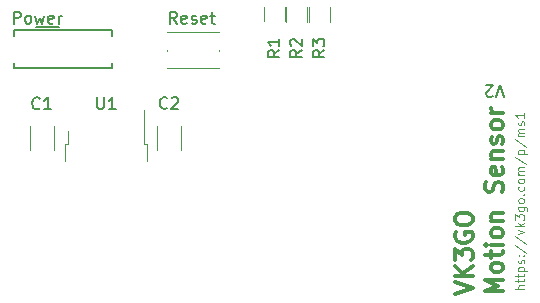
<source format=gto>
G04 #@! TF.FileFunction,Legend,Top*
%FSLAX46Y46*%
G04 Gerber Fmt 4.6, Leading zero omitted, Abs format (unit mm)*
G04 Created by KiCad (PCBNEW 4.0.7) date 01/23/18 00:00:34*
%MOMM*%
%LPD*%
G01*
G04 APERTURE LIST*
%ADD10C,0.100000*%
%ADD11C,0.150000*%
%ADD12C,0.125000*%
%ADD13C,0.300000*%
%ADD14C,0.120000*%
G04 APERTURE END LIST*
D10*
D11*
X130206905Y-88717381D02*
X129873571Y-88241190D01*
X129635476Y-88717381D02*
X129635476Y-87717381D01*
X130016429Y-87717381D01*
X130111667Y-87765000D01*
X130159286Y-87812619D01*
X130206905Y-87907857D01*
X130206905Y-88050714D01*
X130159286Y-88145952D01*
X130111667Y-88193571D01*
X130016429Y-88241190D01*
X129635476Y-88241190D01*
X131016429Y-88669762D02*
X130921191Y-88717381D01*
X130730714Y-88717381D01*
X130635476Y-88669762D01*
X130587857Y-88574524D01*
X130587857Y-88193571D01*
X130635476Y-88098333D01*
X130730714Y-88050714D01*
X130921191Y-88050714D01*
X131016429Y-88098333D01*
X131064048Y-88193571D01*
X131064048Y-88288810D01*
X130587857Y-88384048D01*
X131445000Y-88669762D02*
X131540238Y-88717381D01*
X131730714Y-88717381D01*
X131825953Y-88669762D01*
X131873572Y-88574524D01*
X131873572Y-88526905D01*
X131825953Y-88431667D01*
X131730714Y-88384048D01*
X131587857Y-88384048D01*
X131492619Y-88336429D01*
X131445000Y-88241190D01*
X131445000Y-88193571D01*
X131492619Y-88098333D01*
X131587857Y-88050714D01*
X131730714Y-88050714D01*
X131825953Y-88098333D01*
X132683096Y-88669762D02*
X132587858Y-88717381D01*
X132397381Y-88717381D01*
X132302143Y-88669762D01*
X132254524Y-88574524D01*
X132254524Y-88193571D01*
X132302143Y-88098333D01*
X132397381Y-88050714D01*
X132587858Y-88050714D01*
X132683096Y-88098333D01*
X132730715Y-88193571D01*
X132730715Y-88288810D01*
X132254524Y-88384048D01*
X133016429Y-88050714D02*
X133397381Y-88050714D01*
X133159286Y-87717381D02*
X133159286Y-88574524D01*
X133206905Y-88669762D01*
X133302143Y-88717381D01*
X133397381Y-88717381D01*
X157908524Y-94908619D02*
X157575191Y-93908619D01*
X157241857Y-94908619D01*
X156956143Y-94813381D02*
X156908524Y-94861000D01*
X156813286Y-94908619D01*
X156575190Y-94908619D01*
X156479952Y-94861000D01*
X156432333Y-94813381D01*
X156384714Y-94718143D01*
X156384714Y-94622905D01*
X156432333Y-94480048D01*
X157003762Y-93908619D01*
X156384714Y-93908619D01*
D12*
X159597286Y-111205427D02*
X158847286Y-111205427D01*
X159597286Y-110883998D02*
X159204429Y-110883998D01*
X159133000Y-110919712D01*
X159097286Y-110991141D01*
X159097286Y-111098284D01*
X159133000Y-111169712D01*
X159168714Y-111205427D01*
X159097286Y-110633998D02*
X159097286Y-110348284D01*
X158847286Y-110526856D02*
X159490143Y-110526856D01*
X159561571Y-110491141D01*
X159597286Y-110419713D01*
X159597286Y-110348284D01*
X159097286Y-110205427D02*
X159097286Y-109919713D01*
X158847286Y-110098285D02*
X159490143Y-110098285D01*
X159561571Y-110062570D01*
X159597286Y-109991142D01*
X159597286Y-109919713D01*
X159097286Y-109669714D02*
X159847286Y-109669714D01*
X159133000Y-109669714D02*
X159097286Y-109598285D01*
X159097286Y-109455428D01*
X159133000Y-109383999D01*
X159168714Y-109348285D01*
X159240143Y-109312571D01*
X159454429Y-109312571D01*
X159525857Y-109348285D01*
X159561571Y-109383999D01*
X159597286Y-109455428D01*
X159597286Y-109598285D01*
X159561571Y-109669714D01*
X159561571Y-109026857D02*
X159597286Y-108955428D01*
X159597286Y-108812571D01*
X159561571Y-108741143D01*
X159490143Y-108705428D01*
X159454429Y-108705428D01*
X159383000Y-108741143D01*
X159347286Y-108812571D01*
X159347286Y-108919714D01*
X159311571Y-108991143D01*
X159240143Y-109026857D01*
X159204429Y-109026857D01*
X159133000Y-108991143D01*
X159097286Y-108919714D01*
X159097286Y-108812571D01*
X159133000Y-108741143D01*
X159525857Y-108384000D02*
X159561571Y-108348285D01*
X159597286Y-108384000D01*
X159561571Y-108419714D01*
X159525857Y-108384000D01*
X159597286Y-108384000D01*
X159133000Y-108384000D02*
X159168714Y-108348285D01*
X159204429Y-108384000D01*
X159168714Y-108419714D01*
X159133000Y-108384000D01*
X159204429Y-108384000D01*
X158811571Y-107491142D02*
X159775857Y-108133999D01*
X158811571Y-106705428D02*
X159775857Y-107348285D01*
X159097286Y-106526857D02*
X159597286Y-106348286D01*
X159097286Y-106169714D01*
X159597286Y-105884000D02*
X158847286Y-105884000D01*
X159311571Y-105812571D02*
X159597286Y-105598285D01*
X159097286Y-105598285D02*
X159383000Y-105884000D01*
X158847286Y-105348285D02*
X158847286Y-104883999D01*
X159133000Y-105133999D01*
X159133000Y-105026857D01*
X159168714Y-104955428D01*
X159204429Y-104919714D01*
X159275857Y-104883999D01*
X159454429Y-104883999D01*
X159525857Y-104919714D01*
X159561571Y-104955428D01*
X159597286Y-105026857D01*
X159597286Y-105241142D01*
X159561571Y-105312571D01*
X159525857Y-105348285D01*
X159097286Y-104241142D02*
X159704429Y-104241142D01*
X159775857Y-104276856D01*
X159811571Y-104312571D01*
X159847286Y-104383999D01*
X159847286Y-104491142D01*
X159811571Y-104562571D01*
X159561571Y-104241142D02*
X159597286Y-104312571D01*
X159597286Y-104455428D01*
X159561571Y-104526856D01*
X159525857Y-104562571D01*
X159454429Y-104598285D01*
X159240143Y-104598285D01*
X159168714Y-104562571D01*
X159133000Y-104526856D01*
X159097286Y-104455428D01*
X159097286Y-104312571D01*
X159133000Y-104241142D01*
X159597286Y-103776857D02*
X159561571Y-103848285D01*
X159525857Y-103884000D01*
X159454429Y-103919714D01*
X159240143Y-103919714D01*
X159168714Y-103884000D01*
X159133000Y-103848285D01*
X159097286Y-103776857D01*
X159097286Y-103669714D01*
X159133000Y-103598285D01*
X159168714Y-103562571D01*
X159240143Y-103526857D01*
X159454429Y-103526857D01*
X159525857Y-103562571D01*
X159561571Y-103598285D01*
X159597286Y-103669714D01*
X159597286Y-103776857D01*
X159525857Y-103205429D02*
X159561571Y-103169714D01*
X159597286Y-103205429D01*
X159561571Y-103241143D01*
X159525857Y-103205429D01*
X159597286Y-103205429D01*
X159561571Y-102526857D02*
X159597286Y-102598286D01*
X159597286Y-102741143D01*
X159561571Y-102812571D01*
X159525857Y-102848286D01*
X159454429Y-102884000D01*
X159240143Y-102884000D01*
X159168714Y-102848286D01*
X159133000Y-102812571D01*
X159097286Y-102741143D01*
X159097286Y-102598286D01*
X159133000Y-102526857D01*
X159597286Y-102098286D02*
X159561571Y-102169714D01*
X159525857Y-102205429D01*
X159454429Y-102241143D01*
X159240143Y-102241143D01*
X159168714Y-102205429D01*
X159133000Y-102169714D01*
X159097286Y-102098286D01*
X159097286Y-101991143D01*
X159133000Y-101919714D01*
X159168714Y-101884000D01*
X159240143Y-101848286D01*
X159454429Y-101848286D01*
X159525857Y-101884000D01*
X159561571Y-101919714D01*
X159597286Y-101991143D01*
X159597286Y-102098286D01*
X159597286Y-101526858D02*
X159097286Y-101526858D01*
X159168714Y-101526858D02*
X159133000Y-101491143D01*
X159097286Y-101419715D01*
X159097286Y-101312572D01*
X159133000Y-101241143D01*
X159204429Y-101205429D01*
X159597286Y-101205429D01*
X159204429Y-101205429D02*
X159133000Y-101169715D01*
X159097286Y-101098286D01*
X159097286Y-100991143D01*
X159133000Y-100919715D01*
X159204429Y-100884000D01*
X159597286Y-100884000D01*
X158811571Y-99991143D02*
X159775857Y-100634000D01*
X159097286Y-99741144D02*
X159847286Y-99741144D01*
X159133000Y-99741144D02*
X159097286Y-99669715D01*
X159097286Y-99526858D01*
X159133000Y-99455429D01*
X159168714Y-99419715D01*
X159240143Y-99384001D01*
X159454429Y-99384001D01*
X159525857Y-99419715D01*
X159561571Y-99455429D01*
X159597286Y-99526858D01*
X159597286Y-99669715D01*
X159561571Y-99741144D01*
X158811571Y-98526858D02*
X159775857Y-99169715D01*
X159597286Y-98276859D02*
X159097286Y-98276859D01*
X159168714Y-98276859D02*
X159133000Y-98241144D01*
X159097286Y-98169716D01*
X159097286Y-98062573D01*
X159133000Y-97991144D01*
X159204429Y-97955430D01*
X159597286Y-97955430D01*
X159204429Y-97955430D02*
X159133000Y-97919716D01*
X159097286Y-97848287D01*
X159097286Y-97741144D01*
X159133000Y-97669716D01*
X159204429Y-97634001D01*
X159597286Y-97634001D01*
X159561571Y-97312573D02*
X159597286Y-97241144D01*
X159597286Y-97098287D01*
X159561571Y-97026859D01*
X159490143Y-96991144D01*
X159454429Y-96991144D01*
X159383000Y-97026859D01*
X159347286Y-97098287D01*
X159347286Y-97205430D01*
X159311571Y-97276859D01*
X159240143Y-97312573D01*
X159204429Y-97312573D01*
X159133000Y-97276859D01*
X159097286Y-97205430D01*
X159097286Y-97098287D01*
X159133000Y-97026859D01*
X159597286Y-96276858D02*
X159597286Y-96705430D01*
X159597286Y-96491144D02*
X158847286Y-96491144D01*
X158954429Y-96562573D01*
X159025857Y-96634001D01*
X159061571Y-96705430D01*
D11*
X116387809Y-88717381D02*
X116387809Y-87717381D01*
X116768762Y-87717381D01*
X116864000Y-87765000D01*
X116911619Y-87812619D01*
X116959238Y-87907857D01*
X116959238Y-88050714D01*
X116911619Y-88145952D01*
X116864000Y-88193571D01*
X116768762Y-88241190D01*
X116387809Y-88241190D01*
X117530666Y-88717381D02*
X117435428Y-88669762D01*
X117387809Y-88622143D01*
X117340190Y-88526905D01*
X117340190Y-88241190D01*
X117387809Y-88145952D01*
X117435428Y-88098333D01*
X117530666Y-88050714D01*
X117673524Y-88050714D01*
X117768762Y-88098333D01*
X117816381Y-88145952D01*
X117864000Y-88241190D01*
X117864000Y-88526905D01*
X117816381Y-88622143D01*
X117768762Y-88669762D01*
X117673524Y-88717381D01*
X117530666Y-88717381D01*
X118197333Y-88050714D02*
X118387809Y-88717381D01*
X118578286Y-88241190D01*
X118768762Y-88717381D01*
X118959238Y-88050714D01*
X119721143Y-88669762D02*
X119625905Y-88717381D01*
X119435428Y-88717381D01*
X119340190Y-88669762D01*
X119292571Y-88574524D01*
X119292571Y-88193571D01*
X119340190Y-88098333D01*
X119435428Y-88050714D01*
X119625905Y-88050714D01*
X119721143Y-88098333D01*
X119768762Y-88193571D01*
X119768762Y-88288810D01*
X119292571Y-88384048D01*
X120197333Y-88717381D02*
X120197333Y-88050714D01*
X120197333Y-88241190D02*
X120244952Y-88145952D01*
X120292571Y-88098333D01*
X120387809Y-88050714D01*
X120483048Y-88050714D01*
D13*
X153732571Y-111617143D02*
X155232571Y-111117143D01*
X153732571Y-110617143D01*
X155232571Y-110117143D02*
X153732571Y-110117143D01*
X155232571Y-109260000D02*
X154375429Y-109902857D01*
X153732571Y-109260000D02*
X154589714Y-110117143D01*
X153732571Y-108760000D02*
X153732571Y-107831429D01*
X154304000Y-108331429D01*
X154304000Y-108117143D01*
X154375429Y-107974286D01*
X154446857Y-107902857D01*
X154589714Y-107831429D01*
X154946857Y-107831429D01*
X155089714Y-107902857D01*
X155161143Y-107974286D01*
X155232571Y-108117143D01*
X155232571Y-108545715D01*
X155161143Y-108688572D01*
X155089714Y-108760000D01*
X153804000Y-106402858D02*
X153732571Y-106545715D01*
X153732571Y-106760001D01*
X153804000Y-106974286D01*
X153946857Y-107117144D01*
X154089714Y-107188572D01*
X154375429Y-107260001D01*
X154589714Y-107260001D01*
X154875429Y-107188572D01*
X155018286Y-107117144D01*
X155161143Y-106974286D01*
X155232571Y-106760001D01*
X155232571Y-106617144D01*
X155161143Y-106402858D01*
X155089714Y-106331429D01*
X154589714Y-106331429D01*
X154589714Y-106617144D01*
X153732571Y-105402858D02*
X153732571Y-105117144D01*
X153804000Y-104974286D01*
X153946857Y-104831429D01*
X154232571Y-104760001D01*
X154732571Y-104760001D01*
X155018286Y-104831429D01*
X155161143Y-104974286D01*
X155232571Y-105117144D01*
X155232571Y-105402858D01*
X155161143Y-105545715D01*
X155018286Y-105688572D01*
X154732571Y-105760001D01*
X154232571Y-105760001D01*
X153946857Y-105688572D01*
X153804000Y-105545715D01*
X153732571Y-105402858D01*
X157782571Y-111402857D02*
X156282571Y-111402857D01*
X157354000Y-110902857D01*
X156282571Y-110402857D01*
X157782571Y-110402857D01*
X157782571Y-109474285D02*
X157711143Y-109617143D01*
X157639714Y-109688571D01*
X157496857Y-109760000D01*
X157068286Y-109760000D01*
X156925429Y-109688571D01*
X156854000Y-109617143D01*
X156782571Y-109474285D01*
X156782571Y-109260000D01*
X156854000Y-109117143D01*
X156925429Y-109045714D01*
X157068286Y-108974285D01*
X157496857Y-108974285D01*
X157639714Y-109045714D01*
X157711143Y-109117143D01*
X157782571Y-109260000D01*
X157782571Y-109474285D01*
X156782571Y-108545714D02*
X156782571Y-107974285D01*
X156282571Y-108331428D02*
X157568286Y-108331428D01*
X157711143Y-108260000D01*
X157782571Y-108117142D01*
X157782571Y-107974285D01*
X157782571Y-107474285D02*
X156782571Y-107474285D01*
X156282571Y-107474285D02*
X156354000Y-107545714D01*
X156425429Y-107474285D01*
X156354000Y-107402857D01*
X156282571Y-107474285D01*
X156425429Y-107474285D01*
X157782571Y-106545713D02*
X157711143Y-106688571D01*
X157639714Y-106759999D01*
X157496857Y-106831428D01*
X157068286Y-106831428D01*
X156925429Y-106759999D01*
X156854000Y-106688571D01*
X156782571Y-106545713D01*
X156782571Y-106331428D01*
X156854000Y-106188571D01*
X156925429Y-106117142D01*
X157068286Y-106045713D01*
X157496857Y-106045713D01*
X157639714Y-106117142D01*
X157711143Y-106188571D01*
X157782571Y-106331428D01*
X157782571Y-106545713D01*
X156782571Y-105402856D02*
X157782571Y-105402856D01*
X156925429Y-105402856D02*
X156854000Y-105331428D01*
X156782571Y-105188570D01*
X156782571Y-104974285D01*
X156854000Y-104831428D01*
X156996857Y-104759999D01*
X157782571Y-104759999D01*
X157711143Y-102974285D02*
X157782571Y-102759999D01*
X157782571Y-102402856D01*
X157711143Y-102259999D01*
X157639714Y-102188570D01*
X157496857Y-102117142D01*
X157354000Y-102117142D01*
X157211143Y-102188570D01*
X157139714Y-102259999D01*
X157068286Y-102402856D01*
X156996857Y-102688570D01*
X156925429Y-102831428D01*
X156854000Y-102902856D01*
X156711143Y-102974285D01*
X156568286Y-102974285D01*
X156425429Y-102902856D01*
X156354000Y-102831428D01*
X156282571Y-102688570D01*
X156282571Y-102331428D01*
X156354000Y-102117142D01*
X157711143Y-100902857D02*
X157782571Y-101045714D01*
X157782571Y-101331428D01*
X157711143Y-101474285D01*
X157568286Y-101545714D01*
X156996857Y-101545714D01*
X156854000Y-101474285D01*
X156782571Y-101331428D01*
X156782571Y-101045714D01*
X156854000Y-100902857D01*
X156996857Y-100831428D01*
X157139714Y-100831428D01*
X157282571Y-101545714D01*
X156782571Y-100188571D02*
X157782571Y-100188571D01*
X156925429Y-100188571D02*
X156854000Y-100117143D01*
X156782571Y-99974285D01*
X156782571Y-99760000D01*
X156854000Y-99617143D01*
X156996857Y-99545714D01*
X157782571Y-99545714D01*
X157711143Y-98902857D02*
X157782571Y-98760000D01*
X157782571Y-98474285D01*
X157711143Y-98331428D01*
X157568286Y-98260000D01*
X157496857Y-98260000D01*
X157354000Y-98331428D01*
X157282571Y-98474285D01*
X157282571Y-98688571D01*
X157211143Y-98831428D01*
X157068286Y-98902857D01*
X156996857Y-98902857D01*
X156854000Y-98831428D01*
X156782571Y-98688571D01*
X156782571Y-98474285D01*
X156854000Y-98331428D01*
X157782571Y-97402856D02*
X157711143Y-97545714D01*
X157639714Y-97617142D01*
X157496857Y-97688571D01*
X157068286Y-97688571D01*
X156925429Y-97617142D01*
X156854000Y-97545714D01*
X156782571Y-97402856D01*
X156782571Y-97188571D01*
X156854000Y-97045714D01*
X156925429Y-96974285D01*
X157068286Y-96902856D01*
X157496857Y-96902856D01*
X157639714Y-96974285D01*
X157711143Y-97045714D01*
X157782571Y-97188571D01*
X157782571Y-97402856D01*
X157782571Y-96259999D02*
X156782571Y-96259999D01*
X157068286Y-96259999D02*
X156925429Y-96188571D01*
X156854000Y-96117142D01*
X156782571Y-95974285D01*
X156782571Y-95831428D01*
D14*
X133790000Y-91020000D02*
X133790000Y-90920000D01*
X129390000Y-92520000D02*
X133790000Y-92520000D01*
X133790000Y-89420000D02*
X129390000Y-89420000D01*
X129390000Y-91020000D02*
X129390000Y-90920000D01*
X139455000Y-88550000D02*
X139455000Y-87350000D01*
X141215000Y-87350000D02*
X141215000Y-88550000D01*
X119765000Y-99425000D02*
X119765000Y-97425000D01*
X117725000Y-97425000D02*
X117725000Y-99425000D01*
X128520000Y-97425000D02*
X128520000Y-99425000D01*
X130560000Y-99425000D02*
X130560000Y-97425000D01*
D11*
X116403000Y-89773000D02*
X116403000Y-89298000D01*
X116403000Y-89298000D02*
X124703000Y-89298000D01*
X124703000Y-89298000D02*
X124703000Y-89773000D01*
X116403000Y-92023000D02*
X116403000Y-92498000D01*
X116403000Y-92498000D02*
X124703000Y-92498000D01*
X124703000Y-92498000D02*
X124703000Y-92023000D01*
X118253000Y-88998000D02*
X120253000Y-88998000D01*
D14*
X127650000Y-100385000D02*
X127650000Y-98885000D01*
X127650000Y-98885000D02*
X127380000Y-98885000D01*
X127380000Y-98885000D02*
X127380000Y-96055000D01*
X120750000Y-100385000D02*
X120750000Y-98885000D01*
X120750000Y-98885000D02*
X121020000Y-98885000D01*
X121020000Y-98885000D02*
X121020000Y-97785000D01*
X137550000Y-88545000D02*
X137550000Y-87345000D01*
X139310000Y-87345000D02*
X139310000Y-88545000D01*
X141360000Y-88550000D02*
X141360000Y-87350000D01*
X143120000Y-87350000D02*
X143120000Y-88550000D01*
D11*
X140787381Y-90976666D02*
X140311190Y-91310000D01*
X140787381Y-91548095D02*
X139787381Y-91548095D01*
X139787381Y-91167142D01*
X139835000Y-91071904D01*
X139882619Y-91024285D01*
X139977857Y-90976666D01*
X140120714Y-90976666D01*
X140215952Y-91024285D01*
X140263571Y-91071904D01*
X140311190Y-91167142D01*
X140311190Y-91548095D01*
X139882619Y-90595714D02*
X139835000Y-90548095D01*
X139787381Y-90452857D01*
X139787381Y-90214761D01*
X139835000Y-90119523D01*
X139882619Y-90071904D01*
X139977857Y-90024285D01*
X140073095Y-90024285D01*
X140215952Y-90071904D01*
X140787381Y-90643333D01*
X140787381Y-90024285D01*
X118578334Y-95885143D02*
X118530715Y-95932762D01*
X118387858Y-95980381D01*
X118292620Y-95980381D01*
X118149762Y-95932762D01*
X118054524Y-95837524D01*
X118006905Y-95742286D01*
X117959286Y-95551810D01*
X117959286Y-95408952D01*
X118006905Y-95218476D01*
X118054524Y-95123238D01*
X118149762Y-95028000D01*
X118292620Y-94980381D01*
X118387858Y-94980381D01*
X118530715Y-95028000D01*
X118578334Y-95075619D01*
X119530715Y-95980381D02*
X118959286Y-95980381D01*
X119245000Y-95980381D02*
X119245000Y-94980381D01*
X119149762Y-95123238D01*
X119054524Y-95218476D01*
X118959286Y-95266095D01*
X129373334Y-95861143D02*
X129325715Y-95908762D01*
X129182858Y-95956381D01*
X129087620Y-95956381D01*
X128944762Y-95908762D01*
X128849524Y-95813524D01*
X128801905Y-95718286D01*
X128754286Y-95527810D01*
X128754286Y-95384952D01*
X128801905Y-95194476D01*
X128849524Y-95099238D01*
X128944762Y-95004000D01*
X129087620Y-94956381D01*
X129182858Y-94956381D01*
X129325715Y-95004000D01*
X129373334Y-95051619D01*
X129754286Y-95051619D02*
X129801905Y-95004000D01*
X129897143Y-94956381D01*
X130135239Y-94956381D01*
X130230477Y-95004000D01*
X130278096Y-95051619D01*
X130325715Y-95146857D01*
X130325715Y-95242095D01*
X130278096Y-95384952D01*
X129706667Y-95956381D01*
X130325715Y-95956381D01*
X123444095Y-94956381D02*
X123444095Y-95765905D01*
X123491714Y-95861143D01*
X123539333Y-95908762D01*
X123634571Y-95956381D01*
X123825048Y-95956381D01*
X123920286Y-95908762D01*
X123967905Y-95861143D01*
X124015524Y-95765905D01*
X124015524Y-94956381D01*
X125015524Y-95956381D02*
X124444095Y-95956381D01*
X124729809Y-95956381D02*
X124729809Y-94956381D01*
X124634571Y-95099238D01*
X124539333Y-95194476D01*
X124444095Y-95242095D01*
X138882381Y-90971666D02*
X138406190Y-91305000D01*
X138882381Y-91543095D02*
X137882381Y-91543095D01*
X137882381Y-91162142D01*
X137930000Y-91066904D01*
X137977619Y-91019285D01*
X138072857Y-90971666D01*
X138215714Y-90971666D01*
X138310952Y-91019285D01*
X138358571Y-91066904D01*
X138406190Y-91162142D01*
X138406190Y-91543095D01*
X138882381Y-90019285D02*
X138882381Y-90590714D01*
X138882381Y-90305000D02*
X137882381Y-90305000D01*
X138025238Y-90400238D01*
X138120476Y-90495476D01*
X138168095Y-90590714D01*
X142692381Y-90971666D02*
X142216190Y-91305000D01*
X142692381Y-91543095D02*
X141692381Y-91543095D01*
X141692381Y-91162142D01*
X141740000Y-91066904D01*
X141787619Y-91019285D01*
X141882857Y-90971666D01*
X142025714Y-90971666D01*
X142120952Y-91019285D01*
X142168571Y-91066904D01*
X142216190Y-91162142D01*
X142216190Y-91543095D01*
X141692381Y-90638333D02*
X141692381Y-90019285D01*
X142073333Y-90352619D01*
X142073333Y-90209761D01*
X142120952Y-90114523D01*
X142168571Y-90066904D01*
X142263810Y-90019285D01*
X142501905Y-90019285D01*
X142597143Y-90066904D01*
X142644762Y-90114523D01*
X142692381Y-90209761D01*
X142692381Y-90495476D01*
X142644762Y-90590714D01*
X142597143Y-90638333D01*
M02*

</source>
